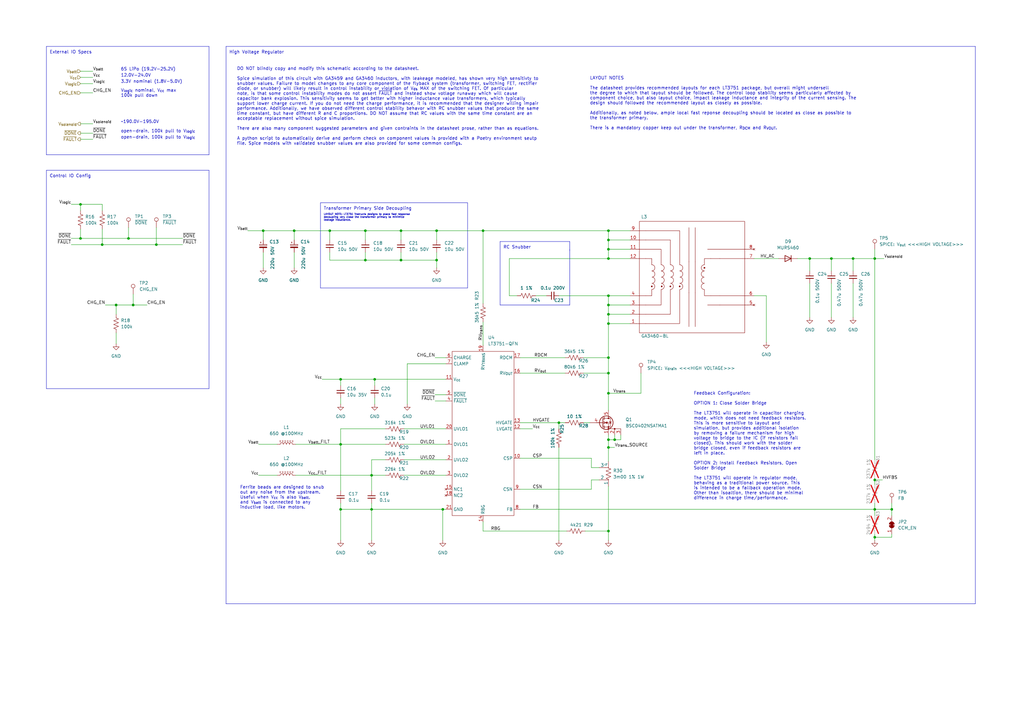
<source format=kicad_sch>
(kicad_sch (version 20230121) (generator eeschema)
  (paper "A3")
  (title_block (title "Kicker Board") (date "2023-02-03") (rev "v1.0.0") (company "A-Team") (comment 1 "Author: W. Stuckey"))
  (lib_symbols
    (symbol "AT-Inductors:GA3460-BL"
      (property "Reference" "L" (at 0 -25.4 0))
      (property "Value" "GA3460-BL" (at 0 25.4 0))
      (symbol "GA3460-BL_0_1"
        (rectangle (start -21.59 22.86) (end 21.59 -22.86) (stroke (width 0.1524)))
        (arc (start -16.51 -5.08) (mid -15.2558 -3.81) (end -16.51 -2.54) (stroke (width 0.1524)))
        (circle (center -16.51 3.81) (radius 0.254) (stroke (width 0.1524)) (fill (type outline)))
        (arc (start -16.4198 -2.54) (mid -15.2368 -1.27) (end -16.4198 0) (stroke (width 0.1524)))
        (arc (start -16.3296 2.54) (mid -15.2979 3.8897) (end -16.51 5.08) (stroke (width 0.1524)))
        (arc (start -16.2619 0.0112) (mid -15.2302 1.3609) (end -16.4423 2.5512) (stroke (width 0.1524)))
        (arc (start -12.6841 -5.08) (mid -11.4299 -3.81) (end -12.6841 -2.54) (stroke (width 0.1524)))
        (arc (start -12.5939 -2.54) (mid -11.4109 -1.27) (end -12.5939 0) (stroke (width 0.1524)))
        (arc (start -12.5196 2.54) (mid -11.4184 3.8946) (end -12.7 5.08) (stroke (width 0.1524)))
        (arc (start -12.4519 0.0112) (mid -11.4202 1.3609) (end -12.6323 2.5512) (stroke (width 0.1524)))
        (circle (center -12.446 3.81) (radius 0.254) (stroke (width 0.1524)) (fill (type outline)))
        (circle (center -8.89 3.81) (radius 0.254) (stroke (width 0.1524)) (fill (type outline)))
        (arc (start -8.8741 -5.08) (mid -7.6199 -3.81) (end -8.8741 -2.54) (stroke (width 0.1524)))
        (arc (start -8.7839 -2.54) (mid -7.6009 -1.27) (end -8.7839 0) (stroke (width 0.1524)))
        (arc (start -8.7096 2.54) (mid -7.6743 3.89) (end -8.89 5.08) (stroke (width 0.1524)))
        (arc (start -8.6419 0.0112) (mid -7.6102 1.3609) (end -8.8223 2.5512) (stroke (width 0.1524)))
        (circle (center -5.08 3.81) (radius 0.254) (stroke (width 0.1524)) (fill (type outline)))
        (arc (start -5.0641 -5.08) (mid -3.8099 -3.81) (end -5.0641 -2.54) (stroke (width 0.1524)))
        (arc (start -4.9898 2.54) (mid -3.8068 3.81) (end -4.9898 5.08) (stroke (width 0.1524)))
        (arc (start -4.9739 -2.54) (mid -3.7909 -1.27) (end -4.9739 0) (stroke (width 0.1524)))
        (arc (start -4.8319 0.0112) (mid -3.8002 1.3609) (end -5.0123 2.5512) (stroke (width 0.1524)))
        (polyline (pts (xy -19.05 -19.05) (xy -22.86 -19.05)) (stroke (width 0.1524)))
        (polyline (pts (xy -19.05 -11.43) (xy -22.86 -11.43)) (stroke (width 0.1524)))
        (polyline (pts (xy -19.05 -7.62) (xy -22.86 -7.62)) (stroke (width 0.1524)))
        (polyline (pts (xy -19.05 7.62) (xy -22.86 7.62)) (stroke (width 0.1524)))
        (polyline (pts (xy -19.05 15.24) (xy -22.86 15.24)) (stroke (width 0.1524)))
        (polyline (pts (xy -1.27 -6.35) (xy -1.27 -20.32)) (stroke (width 0.1524)))
        (polyline (pts (xy -1.27 6.35) (xy -1.27 -6.35)) (stroke (width 0.1524)))
        (polyline (pts (xy -1.27 6.35) (xy -1.27 20.32)) (stroke (width 0.1524)))
        (polyline (pts (xy 1.27 -6.35) (xy 1.27 -20.32)) (stroke (width 0.1524)))
        (polyline (pts (xy 1.27 6.35) (xy 1.27 -6.35)) (stroke (width 0.1524)))
        (polyline (pts (xy 1.27 6.35) (xy 1.27 20.32)) (stroke (width 0.1524)))
        (polyline (pts (xy 7.62 -7.62) (xy 11.43 -7.62)) (stroke (width 0.1524)))
        (polyline (pts (xy 7.62 7.62) (xy 11.43 7.62)) (stroke (width 0.1524)))
        (polyline (pts (xy 11.43 -11.43) (xy 6.35 -11.43)) (stroke (width 0.1524)))
        (polyline (pts (xy 11.43 -11.43) (xy 22.86 -11.43)) (stroke (width 0.1524)))
        (polyline (pts (xy 11.43 -7.62) (xy 22.86 -7.62)) (stroke (width 0.1524)))
        (polyline (pts (xy 11.43 7.62) (xy 22.86 7.62)) (stroke (width 0.1524)))
        (polyline (pts (xy 11.43 11.43) (xy 6.35 11.43)) (stroke (width 0.1524)))
        (polyline (pts (xy 11.43 11.43) (xy 22.86 11.43)) (stroke (width 0.1524)))
        (polyline (pts (xy -19.05 -15.24) (xy -22.86 -15.24) (xy -21.59 -15.24)) (stroke (width 0.1524)))
        (polyline (pts (xy -19.05 11.43) (xy -22.86 11.43) (xy -21.59 11.43)) (stroke (width 0.1524)))
        (polyline (pts (xy -19.05 19.05) (xy -22.86 19.05) (xy -21.59 19.05)) (stroke (width 0.1524)))
        (polyline (pts (xy -16.51 -5.08) (xy -16.51 -7.62) (xy -19.05 -7.62)) (stroke (width 0.1524)))
        (polyline (pts (xy -16.51 5.08) (xy -16.51 7.62) (xy -19.05 7.62)) (stroke (width 0.1524)))
        (polyline (pts (xy -12.7 -5.08) (xy -12.7 -11.43) (xy -19.05 -11.43)) (stroke (width 0.1524)))
        (polyline (pts (xy -12.7 5.08) (xy -12.7 11.43) (xy -19.05 11.43)) (stroke (width 0.1524)))
        (polyline (pts (xy -8.89 -5.08) (xy -8.89 -15.24) (xy -19.05 -15.24)) (stroke (width 0.1524)))
        (polyline (pts (xy -8.89 5.08) (xy -8.89 15.24) (xy -19.05 15.24)) (stroke (width 0.1524)))
        (polyline (pts (xy -5.08 -5.08) (xy -5.08 -19.05) (xy -19.05 -19.05)) (stroke (width 0.1524)))
        (polyline (pts (xy -5.08 5.08) (xy -5.08 19.05) (xy -19.05 19.05)) (stroke (width 0.1524)))
        (polyline (pts (xy 5.08 -5.08) (xy 5.08 -7.62) (xy 7.62 -7.62)) (stroke (width 0.1524)))
        (polyline (pts (xy 5.08 5.08) (xy 5.08 7.62) (xy 7.62 7.62)) (stroke (width 0.1524)))
        (arc (start 4.9739 0) (mid 3.7909 -1.27) (end 4.9739 -2.54) (stroke (width 0.1524)))
        (arc (start 4.9898 5.08) (mid 3.8068 3.81) (end 4.9898 2.54) (stroke (width 0.1524)))
        (arc (start 5.0123 2.5512) (mid 3.8002 1.3609) (end 4.8319 0.0112) (stroke (width 0.1524)))
        (arc (start 5.0641 -2.54) (mid 3.8099 -3.81) (end 5.0641 -5.08) (stroke (width 0.1524)))
        (circle (center 5.08 -3.81) (radius 0.254) (stroke (width 0.1524)) (fill (type outline)))
      )
      (symbol "GA3460-BL_1_1"
        (pin bidirectional line (at -25.4 19.05 0) (length 2.54) (name "") (number "1"))
        (pin bidirectional line (at -25.4 -15.24 0) (length 2.54) (name "") (number "10"))
        (pin bidirectional line (at -25.4 -11.43 0) (length 2.54) (name "") (number "11"))
        (pin bidirectional line (at -25.4 -7.62 0) (length 2.54) (name "") (number "12"))
        (pin bidirectional line (at -25.4 15.24 0) (length 2.54) (name "") (number "2"))
        (pin bidirectional line (at -25.4 11.43 0) (length 2.54) (name "") (number "3"))
        (pin bidirectional line (at -25.4 7.62 0) (length 2.54) (name "") (number "4"))
        (pin no_connect line (at 25.4 11.43 180) (length 2.54) (name "") (number "5"))
        (pin bidirectional line (at 25.4 7.62 180) (length 2.54) (name "") (number "6"))
        (pin bidirectional line (at 25.4 -7.62 180) (length 2.54) (name "") (number "7"))
        (pin no_connect line (at 25.4 -11.43 180) (length 2.54) (name "") (number "8"))
        (pin bidirectional line (at -25.4 -19.05 0) (length 2.54) (name "") (number "9"))
      )
    )
    (symbol "AT-Transistors:Q_NMOS_SGD_PowerPAK" (pin_names (offset 0) hide)
      (property "Reference" "Q" (at 5.08 1.27 0))
      (property "Value" "Q_NMOS_SGD_PowerPAK" (at 5.08 -1.27 0))
      (symbol "Q_NMOS_SGD_PowerPAK_0_1"
        (polyline (pts (xy 0.254 0) (xy -2.54 0)))
        (polyline (pts (xy 0.254 1.905) (xy 0.254 -1.905)) (stroke (width 0.254)))
        (polyline (pts (xy 0.762 -1.27) (xy 0.762 -2.286)) (stroke (width 0.254)))
        (polyline (pts (xy 0.762 0.508) (xy 0.762 -0.508)) (stroke (width 0.254)))
        (polyline (pts (xy 0.762 2.286) (xy 0.762 1.27)) (stroke (width 0.254)))
        (polyline (pts (xy 2.54 2.54) (xy 2.54 1.778)))
        (polyline (pts (xy 7.62 -2.54) (xy 5.08 -2.54)) (stroke (width 0.1524)))
        (polyline (pts (xy 2.54 -2.54) (xy 2.54 0) (xy 0.762 0)))
        (polyline (pts (xy 5.08 -2.54) (xy 2.54 -2.54) (xy 3.81 -2.54)) (stroke (width 0.1524)))
        (polyline (pts (xy 0.762 -1.778) (xy 3.302 -1.778) (xy 3.302 1.778) (xy 0.762 1.778)))
        (polyline (pts (xy 1.016 0) (xy 2.032 0.381) (xy 2.032 -0.381) (xy 1.016 0)) (fill (type outline)))
        (polyline (pts (xy 2.794 0.508) (xy 2.921 0.381) (xy 3.683 0.381) (xy 3.81 0.254)))
        (polyline (pts (xy 3.302 0.381) (xy 2.921 -0.254) (xy 3.683 -0.254) (xy 3.302 0.381)))
        (circle (center 1.651 0) (radius 2.794) (stroke (width 0.254)))
        (circle (center 2.54 -2.54) (radius 0.254) (fill (type outline)))
        (circle (center 2.54 -1.778) (radius 0.254) (fill (type outline)))
        (circle (center 2.54 1.778) (radius 0.254) (fill (type outline)))
        (circle (center 5.08 -2.54) (radius 0.254) (fill (type outline)))
      )
      (symbol "Q_NMOS_SGD_PowerPAK_1_1"
        (pin passive line (at 2.54 -5.08 90) (length 2.54) (name "S") (number "1"))
        (pin passive line (at 5.08 -5.08 90) (length 2.54) (name "S") (number "2"))
        (pin passive line (at 7.62 -5.08 90) (length 2.54) (name "S") (number "3"))
        (pin input line (at -5.08 0 0) (length 5.08) (name "G") (number "4"))
        (pin passive line (at 2.54 5.08 270) (length 2.54) (name "D") (number "5"))
      )
    )
    (symbol "Connector:TestPoint" (pin_numbers hide) (pin_names (offset 0.762) hide)
      (property "Reference" "TP" (at 0 6.858 0))
      (property "Value" "TestPoint" (at 0 5.08 0))
      (symbol "TestPoint_0_1"
        (circle (center 0 3.302) (radius 0.762))
      )
      (symbol "TestPoint_1_1"
        (pin passive line (at 0 0 90) (length 2.54) (name "1") (number "1"))
      )
    )
    (symbol "Device:C_Polarized_Small" (pin_numbers hide) (pin_names (offset 0.254) hide)
      (property "Reference" "C" (at 0.254 1.778 0))
      (property "Value" "C_Polarized_Small" (at 0.254 -2.032 0))
      (symbol "C_Polarized_Small_0_1"
        (rectangle (start -1.524 -0.3048) (end 1.524 -0.6858) (fill (type outline)))
        (rectangle (start -1.524 0.6858) (end 1.524 0.3048))
        (polyline (pts (xy -1.27 1.524) (xy -0.762 1.524)))
        (polyline (pts (xy -1.016 1.27) (xy -1.016 1.778)))
      )
      (symbol "C_Polarized_Small_1_1"
        (pin passive line (at 0 2.54 270) (length 1.8542) (name "~") (number "1"))
        (pin passive line (at 0 -2.54 90) (length 1.8542) (name "~") (number "2"))
      )
    )
    (symbol "Device:C_Small" (pin_numbers hide) (pin_names (offset 0.254) hide)
      (property "Reference" "C" (at 0.254 1.778 0))
      (property "Value" "C_Small" (at 0.254 -2.032 0))
      (symbol "C_Small_0_1"
        (polyline (pts (xy -1.524 -0.508) (xy 1.524 -0.508)) (stroke (width 0.3302)))
        (polyline (pts (xy -1.524 0.508) (xy 1.524 0.508)) (stroke (width 0.3048)))
      )
      (symbol "C_Small_1_1"
        (pin passive line (at 0 2.54 270) (length 2.032) (name "~") (number "1"))
        (pin passive line (at 0 -2.54 90) (length 2.032) (name "~") (number "2"))
      )
    )
    (symbol "Device:D" (pin_numbers hide) (pin_names (offset 1.016) hide)
      (property "Reference" "D" (at 0 2.54 0))
      (property "Value" "D" (at 0 -2.54 0))
      (symbol "D_0_1"
        (polyline (pts (xy -1.27 1.27) (xy -1.27 -1.27)) (stroke (width 0.254)))
        (polyline (pts (xy 1.27 0) (xy -1.27 0)))
        (polyline (pts (xy 1.27 1.27) (xy 1.27 -1.27) (xy -1.27 0) (xy 1.27 1.27)) (stroke (width 0.254)))
      )
      (symbol "D_1_1"
        (pin passive line (at -3.81 0 0) (length 2.54) (name "K") (number "1"))
        (pin passive line (at 3.81 0 180) (length 2.54) (name "A") (number "2"))
      )
    )
    (symbol "Device:L_Ferrite" (pin_numbers hide) (pin_names (offset 1.016) hide)
      (property "Reference" "L" (at -1.27 0 90))
      (property "Value" "L_Ferrite" (at 2.794 0 90))
      (symbol "L_Ferrite_0_1"
        (arc (start 0 -2.54) (mid 0.6323 -1.905) (end 0 -1.27))
        (arc (start 0 -1.27) (mid 0.6323 -0.635) (end 0 0))
        (polyline (pts (xy 1.016 -2.794) (xy 1.016 -2.286)))
        (polyline (pts (xy 1.016 -1.778) (xy 1.016 -1.27)))
        (polyline (pts (xy 1.016 -0.762) (xy 1.016 -0.254)))
        (polyline (pts (xy 1.016 0.254) (xy 1.016 0.762)))
        (polyline (pts (xy 1.016 1.27) (xy 1.016 1.778)))
        (polyline (pts (xy 1.016 2.286) (xy 1.016 2.794)))
        (polyline (pts (xy 1.524 -2.286) (xy 1.524 -2.794)))
        (polyline (pts (xy 1.524 -1.27) (xy 1.524 -1.778)))
        (polyline (pts (xy 1.524 -0.254) (xy 1.524 -0.762)))
        (polyline (pts (xy 1.524 0.762) (xy 1.524 0.254)))
        (polyline (pts (xy 1.524 1.778) (xy 1.524 1.27)))
        (polyline (pts (xy 1.524 2.794) (xy 1.524 2.286)))
        (arc (start 0 0) (mid 0.6323 0.635) (end 0 1.27))
        (arc (start 0 1.27) (mid 0.6323 1.905) (end 0 2.54))
      )
      (symbol "L_Ferrite_1_1"
        (pin passive line (at 0 3.81 270) (length 1.27) (name "1") (number "1"))
        (pin passive line (at 0 -3.81 90) (length 1.27) (name "2") (number "2"))
      )
    )
    (symbol "Device:R_Shunt_US" (pin_numbers hide) (pin_names (offset 0))
      (property "Reference" "R" (at -5.08 0 90))
      (property "Value" "R_Shunt_US" (at -3.048 0 90))
      (symbol "R_Shunt_US_1_1"
        (polyline (pts (xy 0 -2.54) (xy 1.27 -2.54)))
        (polyline (pts (xy 0 -2.286) (xy 0 -2.54)))
        (polyline (pts (xy 0 2.286) (xy 0 2.54)))
        (polyline (pts (xy 1.27 2.54) (xy 0 2.54)))
        (polyline (pts (xy 0 -0.762) (xy 1.016 -1.143) (xy 0 -1.524) (xy -1.016 -1.905) (xy 0 -2.286)))
        (polyline (pts (xy 0 0.762) (xy 1.016 0.381) (xy 0 0) (xy -1.016 -0.381) (xy 0 -0.762)))
        (polyline (pts (xy 0 2.286) (xy 1.016 1.905) (xy 0 1.524) (xy -1.016 1.143) (xy 0 0.762)))
        (pin passive line (at 0 5.08 270) (length 2.54) (name "1") (number "1"))
        (pin passive line (at 3.81 2.54 180) (length 2.54) (name "2") (number "2"))
        (pin passive line (at 3.81 -2.54 180) (length 2.54) (name "3") (number "3"))
        (pin passive line (at 0 -5.08 90) (length 2.54) (name "4") (number "4"))
      )
    )
    (symbol "Device:R_US" (pin_numbers hide) (pin_names (offset 0))
      (property "Reference" "R" (at 2.54 0 90))
      (property "Value" "R_US" (at -2.54 0 90))
      (symbol "R_US_0_1"
        (polyline (pts (xy 0 -2.286) (xy 0 -2.54)))
        (polyline (pts (xy 0 2.286) (xy 0 2.54)))
        (polyline (pts (xy 0 -0.762) (xy 1.016 -1.143) (xy 0 -1.524) (xy -1.016 -1.905) (xy 0 -2.286)))
        (polyline (pts (xy 0 0.762) (xy 1.016 0.381) (xy 0 0) (xy -1.016 -0.381) (xy 0 -0.762)))
        (polyline (pts (xy 0 2.286) (xy 1.016 1.905) (xy 0 1.524) (xy -1.016 1.143) (xy 0 0.762)))
      )
      (symbol "R_US_1_1"
        (pin passive line (at 0 3.81 270) (length 1.27) (name "~") (number "1"))
        (pin passive line (at 0 -3.81 90) (length 1.27) (name "~") (number "2"))
      )
    )
    (symbol "Jumper:SolderJumper_2_Bridged" (pin_names (offset 0) hide)
      (property "Reference" "JP" (at 0 2.032 0))
      (property "Value" "SolderJumper_2_Bridged" (at 0 -2.54 0))
      (symbol "SolderJumper_2_Bridged_0_1"
        (rectangle (start -0.508 0.508) (end 0.508 -0.508) (fill (type outline)))
        (arc (start -0.254 1.016) (mid -1.2656 0) (end -0.254 -1.016))
        (arc (start -0.254 1.016) (mid -1.2656 0) (end -0.254 -1.016) (fill (type outline)))
        (polyline (pts (xy -0.254 1.016) (xy -0.254 -1.016)))
        (polyline (pts (xy 0.254 1.016) (xy 0.254 -1.016)))
        (arc (start 0.254 -1.016) (mid 1.2656 0) (end 0.254 1.016))
        (arc (start 0.254 -1.016) (mid 1.2656 0) (end 0.254 1.016) (fill (type outline)))
      )
      (symbol "SolderJumper_2_Bridged_1_1"
        (pin passive line (at -3.81 0 0) (length 2.54) (name "A") (number "1"))
        (pin passive line (at 3.81 0 180) (length 2.54) (name "B") (number "2"))
      )
    )
    (symbol "ltc_regulators:LT3751-QFN"
      (property "Reference" "U" (at -11.43 -33.02 0))
      (property "Value" "LT3751-QFN" (at -8.255 36.83 0))
      (symbol "LT3751-QFN_0_1"
        (rectangle (start -12.7 35.56) (end 12.7 -31.75))
      )
      (symbol "LT3751-QFN_1_1"
        (pin input line (at -15.24 -2.54 0) (length 2.54) (name "OVLO1") (number "1"))
        (pin input line (at 15.24 -8.255 180) (length 2.54) (name "CSP") (number "10"))
        (pin power_in line (at -15.24 24.13 0) (length 2.54) (name "V_{cc}") (number "11"))
        (pin output line (at 15.24 3.81 180) (length 2.54) (name "LVGATE") (number "12"))
        (pin output line (at 15.24 6.35 180) (length 2.54) (name "HVGATE") (number "13"))
        (pin input line (at 0 -34.29 90) (length 2.54) (name "RBG") (number "14"))
        (pin no_connect line (at -15.24 -20.955 0) (length 2.54) (name "NC1") (number "15"))
        (pin input line (at 15.24 26.67 180) (length 2.54) (name "RV_{OUT}") (number "16"))
        (pin input line (at 15.24 33.02 180) (length 2.54) (name "RDCM") (number "17"))
        (pin no_connect line (at -15.24 -23.495 0) (length 2.54) (name "NC2") (number "18"))
        (pin input line (at 0 38.1 270) (length 2.54) (name "RV_{TRANS}") (number "19"))
        (pin input line (at -15.24 -8.89 0) (length 2.54) (name "UVLO2") (number "2"))
        (pin input line (at -15.24 3.81 0) (length 2.54) (name "UVLO1") (number "20"))
        (pin power_in line (at -15.24 -29.21 0) (length 2.54) (name "GND") (number "21"))
        (pin input line (at -15.24 -15.24 0) (length 2.54) (name "OVLO2") (number "3"))
        (pin open_collector line (at -15.24 15.24 0) (length 2.54) (name "~{FAULT}") (number "4"))
        (pin open_collector line (at -15.24 17.78 0) (length 2.54) (name "~{DONE}") (number "5"))
        (pin input line (at -15.24 33.02 0) (length 2.54) (name "CHARGE") (number "6"))
        (pin input line (at -15.24 30.48 0) (length 2.54) (name "CLAMP") (number "7"))
        (pin input line (at 15.24 -29.21 180) (length 2.54) (name "FB") (number "8"))
        (pin input line (at 15.24 -20.955 180) (length 2.54) (name "CSN") (number "9"))
      )
    )
    (symbol "power:GND" (power) (pin_names (offset 0))
      (property "Value" "GND" (at 0 -3.81 0))
      (symbol "GND_0_1"
        (polyline (pts (xy 0 0) (xy 0 -1.27) (xy 1.27 -1.27) (xy 0 -2.54) (xy -1.27 -1.27) (xy 0 -1.27)))
      )
      (symbol "GND_1_1"
        (pin power_in line (at 0 0 270) (length 0) hide (name "GND") (number "1"))
      )
    )
  )
  (junction (at 54.61 125.095))
  (junction (at 249.555 217.805))
  (junction (at 152.4 208.915))
  (junction (at 139.7 155.575))
  (junction (at 252.095 180.34))
  (junction (at 340.995 106.045))
  (junction (at 135.255 94.615))
  (junction (at 41.91 100.33))
  (junction (at 139.7 182.245))
  (junction (at 365.76 208.915))
  (junction (at 249.555 125.095))
  (junction (at 249.555 161.29))
  (junction (at 358.775 208.915))
  (junction (at 139.7 208.915))
  (junction (at 152.4 194.945))
  (junction (at 179.07 94.615))
  (junction (at 249.555 183.515))
  (junction (at 153.67 155.575))
  (junction (at 164.465 106.68))
  (junction (at 249.555 121.285))
  (junction (at 107.95 94.615))
  (junction (at 249.555 146.685))
  (junction (at 33.02 83.82))
  (junction (at 249.555 180.34))
  (junction (at 249.555 98.425))
  (junction (at 198.12 94.615))
  (junction (at 249.555 106.045))
  (junction (at 249.555 102.235))
  (junction (at 349.885 106.045))
  (junction (at 179.07 106.68))
  (junction (at 229.235 173.355))
  (junction (at 358.775 106.045))
  (junction (at 33.02 97.79))
  (junction (at 181.61 208.915))
  (junction (at 120.65 94.615))
  (junction (at 332.105 106.045))
  (junction (at 358.775 196.85))
  (junction (at 47.625 125.095))
  (junction (at 52.705 97.79))
  (junction (at 249.555 128.905))
  (junction (at 249.555 94.615))
  (junction (at 149.86 106.68))
  (junction (at 249.555 153.035))
  (junction (at 358.775 220.345))
  (junction (at 249.555 132.715))
  (junction (at 164.465 94.615))
  (junction (at 149.86 94.615))
  (junction (at 64.135 100.33))
  (wire (pts (xy 135.255 94.615) (xy 149.86 94.615)))
  (wire (pts (xy 229.235 173.355) (xy 231.775 173.355)))
  (wire (pts (xy 249.555 121.285) (xy 249.555 125.095)))
  (polyline (pts (xy 233.68 125.095) (xy 205.105 125.095)))
  (wire (pts (xy 358.775 196.215) (xy 358.775 196.85)))
  (wire (pts (xy 33.02 34.29) (xy 38.1 34.29)))
  (wire (pts (xy 249.555 106.045) (xy 249.555 102.235)))
  (wire (pts (xy 213.36 187.96) (xy 242.57 187.96)))
  (wire (pts (xy 252.095 180.34) (xy 249.555 180.34)))
  (wire (pts (xy 249.555 132.715) (xy 258.445 132.715)))
  (wire (pts (xy 249.555 98.425) (xy 258.445 98.425)))
  (wire (pts (xy 139.7 182.245) (xy 158.115 182.245)))
  (polyline (pts (xy 131.445 118.11) (xy 131.445 83.185)))
  (wire (pts (xy 365.76 211.455) (xy 365.76 208.915)))
  (wire (pts (xy 254.635 180.34) (xy 252.095 180.34)))
  (wire (pts (xy 240.03 217.805) (xy 249.555 217.805)))
  (wire (pts (xy 149.86 94.615) (xy 164.465 94.615)))
  (wire (pts (xy 208.915 121.285) (xy 208.915 106.045)))
  (wire (pts (xy 262.89 153.035) (xy 262.89 161.29)))
  (wire (pts (xy 249.555 183.515) (xy 249.555 189.23)))
  (wire (pts (xy 358.775 208.915) (xy 358.775 211.455)))
  (wire (pts (xy 242.57 196.85) (xy 245.745 196.85)))
  (wire (pts (xy 29.21 97.79) (xy 33.02 97.79)))
  (wire (pts (xy 198.12 213.995) (xy 198.12 217.805)))
  (wire (pts (xy 164.465 103.505) (xy 164.465 106.68)))
  (wire (pts (xy 332.105 116.205) (xy 332.105 130.175)))
  (polyline (pts (xy 205.105 99.06) (xy 233.68 99.06)))
  (wire (pts (xy 332.105 106.045) (xy 340.995 106.045)))
  (wire (pts (xy 249.555 161.29) (xy 249.555 168.275)))
  (wire (pts (xy 164.465 94.615) (xy 179.07 94.615)))
  (polyline (pts (xy 191.77 83.185) (xy 191.77 118.11)))
  (wire (pts (xy 107.95 94.615) (xy 120.65 94.615)))
  (wire (pts (xy 152.4 194.945) (xy 152.4 201.295)))
  (wire (pts (xy 249.555 102.235) (xy 249.555 98.425)))
  (wire (pts (xy 152.4 188.595) (xy 152.4 194.945)))
  (wire (pts (xy 33.02 97.79) (xy 52.705 97.79)))
  (wire (pts (xy 198.12 94.615) (xy 249.555 94.615)))
  (wire (pts (xy 340.995 106.045) (xy 340.995 111.125)))
  (wire (pts (xy 164.465 106.68) (xy 179.07 106.68)))
  (wire (pts (xy 33.02 29.21) (xy 38.1 29.21)))
  (wire (pts (xy 64.135 93.345) (xy 64.135 100.33)))
  (wire (pts (xy 106.045 194.945) (xy 113.665 194.945)))
  (wire (pts (xy 47.625 125.095) (xy 47.625 128.905)))
  (wire (pts (xy 229.235 183.515) (xy 229.235 221.615)))
  (wire (pts (xy 106.045 182.245) (xy 113.665 182.245)))
  (wire (pts (xy 229.235 173.355) (xy 229.235 175.895)))
  (wire (pts (xy 181.61 208.915) (xy 181.61 221.615)))
  (wire (pts (xy 258.445 106.045) (xy 249.555 106.045)))
  (wire (pts (xy 139.7 175.895) (xy 139.7 182.245)))
  (polyline (pts (xy 92.71 19.05) (xy 400.05 19.05)))
  (wire (pts (xy 358.775 106.045) (xy 358.775 188.595)))
  (wire (pts (xy 164.465 94.615) (xy 164.465 98.425)))
  (wire (pts (xy 249.555 128.905) (xy 258.445 128.905)))
  (wire (pts (xy 101.6 94.615) (xy 107.95 94.615)))
  (wire (pts (xy 249.555 153.035) (xy 249.555 161.29)))
  (wire (pts (xy 33.02 57.15) (xy 38.1 57.15)))
  (wire (pts (xy 239.395 173.355) (xy 241.935 173.355)))
  (wire (pts (xy 239.395 146.685) (xy 249.555 146.685)))
  (wire (pts (xy 132.08 155.575) (xy 139.7 155.575)))
  (wire (pts (xy 47.625 136.525) (xy 47.625 140.97)))
  (wire (pts (xy 365.76 208.915) (xy 358.775 208.915)))
  (wire (pts (xy 41.91 93.98) (xy 41.91 100.33)))
  (polyline (pts (xy 19.05 19.05) (xy 85.725 19.05)))
  (wire (pts (xy 309.245 106.045) (xy 319.405 106.045)))
  (wire (pts (xy 249.555 98.425) (xy 249.555 94.615)))
  (polyline (pts (xy 205.105 125.095) (xy 205.105 99.06)))
  (wire (pts (xy 349.885 106.045) (xy 349.885 111.125)))
  (wire (pts (xy 47.625 125.095) (xy 54.61 125.095)))
  (wire (pts (xy 41.91 100.33) (xy 64.135 100.33)))
  (wire (pts (xy 178.435 164.465) (xy 182.88 164.465)))
  (wire (pts (xy 167.005 149.225) (xy 167.005 165.735)))
  (wire (pts (xy 153.67 155.575) (xy 153.67 158.115)))
  (wire (pts (xy 179.07 94.615) (xy 179.07 98.425)))
  (polyline (pts (xy 400.05 247.65) (xy 92.71 247.65)))
  (wire (pts (xy 213.36 175.895) (xy 218.44 175.895)))
  (wire (pts (xy 327.025 106.045) (xy 332.105 106.045)))
  (wire (pts (xy 365.76 206.375) (xy 365.76 208.915)))
  (polyline (pts (xy 233.68 102.235) (xy 233.68 125.095)))
  (wire (pts (xy 358.775 219.075) (xy 358.775 220.345)))
  (wire (pts (xy 213.36 153.035) (xy 231.775 153.035)))
  (wire (pts (xy 33.02 50.8) (xy 38.1 50.8)))
  (wire (pts (xy 182.88 208.915) (xy 181.61 208.915)))
  (wire (pts (xy 358.775 196.85) (xy 358.775 198.755)))
  (wire (pts (xy 54.61 120.65) (xy 54.61 125.095)))
  (wire (pts (xy 365.76 219.075) (xy 365.76 220.345)))
  (wire (pts (xy 33.02 83.82) (xy 33.02 86.36)))
  (wire (pts (xy 179.07 106.68) (xy 179.07 109.855)))
  (wire (pts (xy 139.7 208.915) (xy 139.7 221.615)))
  (wire (pts (xy 33.02 93.98) (xy 33.02 97.79)))
  (wire (pts (xy 365.76 220.345) (xy 358.775 220.345)))
  (wire (pts (xy 213.36 208.915) (xy 358.775 208.915)))
  (wire (pts (xy 239.395 153.035) (xy 249.555 153.035)))
  (wire (pts (xy 121.285 194.945) (xy 152.4 194.945)))
  (polyline (pts (xy 19.05 19.05) (xy 19.05 63.5)))
  (wire (pts (xy 107.95 103.505) (xy 107.95 109.855)))
  (wire (pts (xy 252.095 178.435) (xy 252.095 180.34)))
  (wire (pts (xy 29.21 83.82) (xy 33.02 83.82)))
  (wire (pts (xy 249.555 125.095) (xy 258.445 125.095)))
  (wire (pts (xy 249.555 180.34) (xy 249.555 183.515)))
  (polyline (pts (xy 233.68 99.06) (xy 233.68 102.87)))
  (wire (pts (xy 152.4 208.915) (xy 181.61 208.915)))
  (wire (pts (xy 33.02 83.82) (xy 41.91 83.82)))
  (wire (pts (xy 152.4 194.945) (xy 158.115 194.945)))
  (wire (pts (xy 213.36 146.685) (xy 231.775 146.685)))
  (wire (pts (xy 208.915 106.045) (xy 249.555 106.045)))
  (wire (pts (xy 249.555 178.435) (xy 249.555 180.34)))
  (wire (pts (xy 139.7 163.195) (xy 139.7 165.735)))
  (wire (pts (xy 213.36 200.66) (xy 242.57 200.66)))
  (wire (pts (xy 249.555 132.715) (xy 249.555 146.685)))
  (wire (pts (xy 33.02 38.1) (xy 38.1 38.1)))
  (wire (pts (xy 149.86 103.505) (xy 149.86 106.68)))
  (wire (pts (xy 120.65 103.505) (xy 120.65 109.855)))
  (wire (pts (xy 249.555 146.685) (xy 249.555 153.035)))
  (wire (pts (xy 249.555 128.905) (xy 249.555 132.715)))
  (wire (pts (xy 139.7 182.245) (xy 139.7 201.295)))
  (wire (pts (xy 135.255 106.68) (xy 149.86 106.68)))
  (wire (pts (xy 242.57 191.77) (xy 245.745 191.77)))
  (wire (pts (xy 358.775 106.045) (xy 362.585 106.045)))
  (polyline (pts (xy 85.725 69.85) (xy 85.725 159.385)))
  (wire (pts (xy 165.735 194.945) (xy 182.88 194.945)))
  (wire (pts (xy 249.555 199.39) (xy 249.555 217.805)))
  (wire (pts (xy 349.885 106.045) (xy 358.775 106.045)))
  (wire (pts (xy 314.325 121.285) (xy 314.325 140.335)))
  (wire (pts (xy 158.115 188.595) (xy 152.4 188.595)))
  (wire (pts (xy 152.4 206.375) (xy 152.4 208.915)))
  (wire (pts (xy 254.635 178.435) (xy 254.635 180.34)))
  (wire (pts (xy 135.255 94.615) (xy 135.255 98.425)))
  (polyline (pts (xy 400.05 19.05) (xy 400.05 247.65)))
  (wire (pts (xy 340.995 116.205) (xy 340.995 130.175)))
  (polyline (pts (xy 85.725 69.85) (xy 19.05 69.85)))
  (wire (pts (xy 52.705 93.345) (xy 52.705 97.79)))
  (wire (pts (xy 139.7 155.575) (xy 153.67 155.575)))
  (wire (pts (xy 153.67 155.575) (xy 182.88 155.575)))
  (wire (pts (xy 165.735 182.245) (xy 182.88 182.245)))
  (wire (pts (xy 242.57 187.96) (xy 242.57 191.77)))
  (wire (pts (xy 153.67 163.195) (xy 153.67 165.735)))
  (wire (pts (xy 41.91 83.82) (xy 41.91 86.36)))
  (wire (pts (xy 29.21 100.33) (xy 41.91 100.33)))
  (wire (pts (xy 179.07 103.505) (xy 179.07 106.68)))
  (polyline (pts (xy 19.05 159.385) (xy 85.725 159.385)))
  (wire (pts (xy 178.435 161.925) (xy 182.88 161.925)))
  (wire (pts (xy 249.555 183.515) (xy 252.095 183.515)))
  (wire (pts (xy 33.02 54.61) (xy 38.1 54.61)))
  (wire (pts (xy 139.7 155.575) (xy 139.7 158.115)))
  (wire (pts (xy 165.735 188.595) (xy 182.88 188.595)))
  (wire (pts (xy 167.005 149.225) (xy 182.88 149.225)))
  (wire (pts (xy 358.775 102.235) (xy 358.775 106.045)))
  (wire (pts (xy 249.555 217.805) (xy 249.555 221.615)))
  (wire (pts (xy 340.995 106.045) (xy 349.885 106.045)))
  (wire (pts (xy 213.36 173.355) (xy 229.235 173.355)))
  (wire (pts (xy 242.57 200.66) (xy 242.57 196.85)))
  (wire (pts (xy 139.7 208.915) (xy 152.4 208.915)))
  (wire (pts (xy 178.435 146.685) (xy 182.88 146.685)))
  (polyline (pts (xy 85.725 63.5) (xy 19.05 63.5)))
  (wire (pts (xy 212.09 121.285) (xy 208.915 121.285)))
  (wire (pts (xy 64.135 100.33) (xy 74.93 100.33)))
  (polyline (pts (xy 131.445 83.185) (xy 191.77 83.185)))
  (wire (pts (xy 43.18 125.095) (xy 47.625 125.095)))
  (wire (pts (xy 262.89 161.29) (xy 249.555 161.29)))
  (wire (pts (xy 120.65 98.425) (xy 120.65 94.615)))
  (wire (pts (xy 52.705 97.79) (xy 74.93 97.79)))
  (wire (pts (xy 120.65 94.615) (xy 135.255 94.615)))
  (wire (pts (xy 139.7 206.375) (xy 139.7 208.915)))
  (polyline (pts (xy 85.725 19.05) (xy 85.725 63.5)))
  (wire (pts (xy 149.86 106.68) (xy 164.465 106.68)))
  (wire (pts (xy 198.12 217.805) (xy 232.41 217.805)))
  (wire (pts (xy 158.115 175.895) (xy 139.7 175.895)))
  (wire (pts (xy 152.4 208.915) (xy 152.4 221.615)))
  (wire (pts (xy 358.775 220.345) (xy 358.775 221.615)))
  (wire (pts (xy 219.71 121.285) (xy 224.155 121.285)))
  (wire (pts (xy 358.775 206.375) (xy 358.775 208.915)))
  (wire (pts (xy 107.95 98.425) (xy 107.95 94.615)))
  (wire (pts (xy 249.555 94.615) (xy 258.445 94.615)))
  (polyline (pts (xy 19.05 69.85) (xy 19.05 159.385)))
  (wire (pts (xy 229.235 121.285) (xy 249.555 121.285)))
  (wire (pts (xy 33.02 31.75) (xy 38.1 31.75)))
  (wire (pts (xy 135.255 103.505) (xy 135.255 106.68)))
  (wire (pts (xy 165.735 175.895) (xy 182.88 175.895)))
  (wire (pts (xy 349.885 116.205) (xy 349.885 130.175)))
  (wire (pts (xy 54.61 125.095) (xy 60.325 125.095)))
  (wire (pts (xy 249.555 102.235) (xy 258.445 102.235)))
  (wire (pts (xy 179.07 94.615) (xy 198.12 94.615)))
  (wire (pts (xy 149.86 94.615) (xy 149.86 98.425)))
  (wire (pts (xy 121.285 182.245) (xy 139.7 182.245)))
  (wire (pts (xy 249.555 121.285) (xy 258.445 121.285)))
  (wire (pts (xy 198.12 124.46) (xy 198.12 94.615)))
  (wire (pts (xy 249.555 125.095) (xy 249.555 128.905)))
  (wire (pts (xy 358.775 196.85) (xy 361.95 196.85)))
  (wire (pts (xy 309.245 121.285) (xy 314.325 121.285)))
  (wire (pts (xy 198.12 132.08) (xy 198.12 141.605)))
  (wire (pts (xy 332.105 106.045) (xy 332.105 111.125)))
  (polyline (pts (xy 191.77 118.11) (xy 131.445 118.11)))
  (polyline (pts (xy 92.71 19.05) (xy 92.71 247.65)))
  (text "Ferrite beads are designed to snub \nout any noise from the upstream. \nUseful when V_{cc} is also V_{batt}, \nand V_{batt} is connected to any\ninductive load, like motors." (at 98.425 208.915 0) (effects (font (size 1.27 1.27)) (justify left bottom)))
  (text "DO NOT blindly copy and modify this schematic according to the datasheet.\n\nSpice simulation of this circuit with GA3459 and GA3460 inductors, with leakeage modeled, has shown very high sensitivty to\nsnubber values. Failure to model changes to any core component of the flyback system (transformer, switching FET, rectifier\ndiode, or snubber) will likely result in control instability or violation of V_{ds} MAX of the switching FET. Of particular\nnote, is that some control instability modes do not assert ~{FAULT} and instead show votlage runaway which will cause\ncapacitor bank explosion. This sensitivity seems to get better with higher inductance value transformers, which typically\nsupport lower charge current. If you do not need the charge performance, it is recommended that the designer willing impair\nperformance. Additionally, we have observed different control stability behavor with RC snubber values that produce the same\ntime constant, but have different R and C proportions. DO NOT assume that RC values with the same time constant are an \nacceptable replacement without spice simulation.\n\nThere are also many component suggested parameters and given contraints in the datasheet prose, rather than as equations.\n\nA python script to automatically derive and perform check on component values is provided with a Poetry environment seutp\nfile. Spice models with validated snubber values are also provided for some common configs." (at 97.155 59.69 0) (effects (font (size 1.27 1.27)) (justify left bottom)))
  (text "High Voltage Regulator" (at 93.98 22.225 0) (effects (font (size 1.27 1.27)) (justify left bottom)))
  (text "LAYOUT NOTE: LT3751 instructs designs to place fast response \ndecoupling very close the transformer primary to minimize \nleakage inductance." (at 132.715 90.805 0) (effects (font (size 0.73 0.73)) (justify left bottom)))
  (text "Control IO Config" (at 20.32 73.025 0) (effects (font (size 1.27 1.27)) (justify left bottom)))
  (text "6S LiPo (19.2V-25.2V)" (at 49.53 29.21 0) (effects (font (size 1.27 1.27)) (justify left bottom)))
  (text "~190.0V-195.0V" (at 49.53 50.8 0) (effects (font (size 1.27 1.27)) (justify left bottom)))
  (text "12.0V-24.0V" (at 49.53 31.75 0) (effects (font (size 1.27 1.27)) (justify left bottom)))
  (text "open-drain, 100k pull to V_{logic}" (at 49.53 57.15 0) (effects (font (size 1.27 1.27)) (justify left bottom)))
  (text "External IO Specs" (at 20.32 22.225 0) (effects (font (size 1.27 1.27)) (justify left bottom)))
  (text "LAYOUT NOTES\n\nThe datasheet provides recommended layouts for each LT3751 package, but overall might undersell\nthe degree to which that layout should be followed. The control loop stability seems particularly affected by\ncomponent choice, but also layout choice, impact leakage inductance and integrity of the current sensing. The\ndesign should followed the recommended layout as closely as possible.\n\nAdditionally, as noted below, ample local fast reponse decoupling should be located as close as possible to\nthe transformer primary. \n\nThere is a mandatory copper keep out under the transformer, R_{DCM} and R_{VOUT}." (at 241.935 53.34 0) (effects (font (size 1.27 1.27)) (justify left bottom)))
  (text "V_{logic} nominal, V_{cc} max\n100k pull down" (at 49.53 40.005 0) (effects (font (size 1.27 1.27)) (justify left bottom)))
  (text "open-drain, 100k pull to V_{logic}" (at 49.53 54.61 0) (effects (font (size 1.27 1.27)) (justify left bottom)))
  (text "Transformer Primary Side Decoupling" (at 132.715 86.36 0) (effects (font (size 1.27 1.27)) (justify left bottom)))
  (text "3.3V nominal (1.8V-5.0V)" (at 49.53 34.29 0) (effects (font (size 1.27 1.27)) (justify left bottom)))
  (text "Feedback Configuration:\n\nOPTION 1: Close Solder Bridge\n\nThe LT3751 will operate in capacitor charging \nmode, which does not need feedback resistors. \nThis is more sensitive to layout and \nsimulation, but provides additional isolation \nby removing a failure mechanism for high \nvoltage to bridge to the IC (if resistors fail \nclosed). This should work with the solder \nbridge closed, even if feedback resistors are \nleft in place.\n\nOPTION 2: Install Feedback Resistors, Open \nSolder Bridge\n\nThe LT3751 will operate in regulator mode, \nbehaving as a traditional power source. This \nis intended to be a fallback operation mode. \nOther than isoaltion, there should be minimal \ndifference in charge time/performance." (at 284.48 205.105 0) (effects (font (size 1.27 1.27)) (justify left bottom)))
  (text "RC Snubber" (at 206.375 102.235 0) (effects (font (size 1.27 1.27)) (justify left bottom)))
  (label "V_{logic}" (at 38.1 34.29 0))
  (label "V_{batt}" (at 38.1 29.21 0))
  (label "V_{batt}" (at 106.045 182.245 180))
  (label "~{DONE}" (at 178.435 161.925 180))
  (label "V_{cc}" (at 38.1 31.75 0))
  (label "V_{cc}" (at 132.08 155.575 180))
  (label "V_{trans}" (at 251.46 161.29 0))
  (label "V_{solenoid}" (at 38.1 50.8 0))
  (label "CHG_EN" (at 43.18 125.095 180))
  (label "~{FAULT}" (at 74.93 100.33 0))
  (label "V_{trans}_SOURCE" (at 252.095 183.515 0))
  (label "~{DONE}" (at 74.93 97.79 0))
  (label "V_{cc}_FILT" (at 126.365 194.945 0))
  (label "V_{cc}" (at 106.045 194.945 180))
  (label "~{FAULT}" (at 38.1 57.15 0))
  (label "V_{solenoid}" (at 362.585 106.045 0))
  (label "CHG_EN" (at 60.325 125.095 0))
  (label "CSP" (at 218.44 187.96 0))
  (label "OVLO1" (at 178.435 182.245 180))
  (label "UVLO1" (at 178.435 175.895 180))
  (label "V_{cc}" (at 218.44 175.895 0))
  (label "V_{batt}_FILT" (at 126.365 182.245 0))
  (label "HVFBS" (at 361.95 196.85 0))
  (label "RDCM" (at 219.075 146.685 0))
  (label "~{DONE}" (at 38.1 54.61 0))
  (label "RV_{out}" (at 219.075 153.035 0))
  (label "HV_AC" (at 311.785 106.045 0))
  (label "OVLO2" (at 178.435 194.945 180))
  (label "~{FAULT}" (at 29.21 100.33 180))
  (label "FB" (at 218.44 208.915 0))
  (label "~{DONE}" (at 29.21 97.79 180))
  (label "RV_{trans}" (at 198.12 139.7 90))
  (label "UVLO2" (at 178.435 188.595 180))
  (label "HVGATE" (at 218.44 173.355 0))
  (label "V_{logic}" (at 29.21 83.82 180))
  (label "CHG_EN" (at 178.435 146.685 180))
  (label "V_{batt}" (at 101.6 94.615 180))
  (label "RBG" (at 201.295 217.805 0))
  (label "~{FAULT}" (at 178.435 164.465 180))
  (label "CHG_EN" (at 38.1 38.1 0))
  (label "CSN" (at 218.44 200.66 0))
  (hierarchical_label "CHG_EN" (shape input) (at 33.02 38.1 180))
  (hierarchical_label "~{FAULT}" (shape output) (at 33.02 57.15 180))
  (hierarchical_label "V_{solenoid}" (shape output) (at 33.02 50.8 180))
  (hierarchical_label "V_{logic}" (shape input) (at 33.02 34.29 180))
  (hierarchical_label "V_{batt}" (shape input) (at 33.02 29.21 180))
  (hierarchical_label "V_{cc}" (shape input) (at 33.02 31.75 180))
  (hierarchical_label "~{DONE}" (shape output) (at 33.02 54.61 180))
  (symbol (lib_id "power:GND") (at 47.625 140.97 0) (unit 1)
    (property "Reference" "#PWR043" (effects hide))
    (property "Value" "GND" (at 47.625 146.05 0))
  )
  (symbol (lib_id "Device:R_US") (at 161.925 182.245 90) (unit 1)
    (property "Reference" "R20" (at 165.735 183.515 90))
    (property "Value" "523k 1%" (at 161.925 179.705 90))
    (property "Footprint" "Resistor_SMD:R_0603_1608Metric" (effects hide))
  )
  (symbol (lib_id "Device:C_Small") (at 349.885 113.665 0) (unit 1)
    (property "Reference" "C26" (at 353.06 112.4012 0) (effects (justify left)))
    (property "Value" "0.47u 500V" (at 353.06 125.73 90) (effects (justify left)))
    (property "Footprint" "Capacitor_SMD:C_2225_5664Metric" (effects hide))
  )
  (symbol (lib_id "Connector:TestPoint") (at 54.61 120.65 0) (unit 1)
    (property "Reference" "TP2" (at 57.15 116.0779 0) (effects (justify left)))
    (property "Value" "CHG_EN" (at 57.15 118.6179 0) (effects (justify left)))
    (property "Footprint" "TestPoint:TestPoint_Pad_D1.5mm" (effects hide))
  )
  (symbol (lib_id "Device:L_Ferrite") (at 117.475 182.245 90) (unit 1)
    (property "Reference" "L1" (at 117.475 175.26 90))
    (property "Value" "650 @100MHz" (at 117.475 177.8 90))
    (property "Footprint" "Resistor_SMD:R_0603_1608Metric" (effects hide))
    (property "Datasheet" "HZ0603C651R-10" (effects hide))
  )
  (symbol (lib_id "Device:L_Ferrite") (at 117.475 194.945 90) (unit 1)
    (property "Reference" "L2" (at 117.475 187.96 90))
    (property "Value" "650 @100MHz" (at 117.475 190.5 90))
    (property "Footprint" "Resistor_SMD:R_0603_1608Metric" (effects hide))
    (property "Datasheet" "HZ0603C651R-10" (effects hide))
  )
  (symbol (lib_id "Device:R_US") (at 235.585 146.685 90) (unit 1)
    (property "Reference" "R26" (at 239.395 147.955 90))
    (property "Value" "36k5 1%" (at 235.585 144.145 90))
    (property "Footprint" "Resistor_SMD:R_0603_1608Metric" (effects hide))
  )
  (symbol (lib_id "power:GND") (at 349.885 130.175 0) (unit 1)
    (property "Reference" "#PWR058" (effects hide))
    (property "Value" "GND" (at 349.885 135.255 0))
  )
  (symbol (lib_id "Device:C_Small") (at 164.465 100.965 0) (unit 1)
    (property "Reference" "C21" (at 167.64 99.7012 0) (effects (justify left)))
    (property "Value" "10u 50V" (at 167.64 102.2412 0) (effects (justify left)))
    (property "Footprint" "Capacitor_SMD:C_1210_3225Metric" (effects hide))
  )
  (symbol (lib_id "Device:C_Small") (at 332.105 113.665 0) (unit 1)
    (property "Reference" "C24" (at 335.28 112.4012 0) (effects (justify left)))
    (property "Value" "0.1u 500V" (at 335.28 124.46 90) (effects (justify left)))
    (property "Footprint" "Capacitor_SMD:C_1210_3225Metric" (effects hide))
  )
  (symbol (lib_id "power:GND") (at 314.325 140.335 0) (unit 1)
    (property "Reference" "#PWR055" (effects hide))
    (property "Value" "GND" (at 314.325 145.415 0))
  )
  (symbol (lib_id "Device:R_US") (at 215.9 121.285 90) (unit 1)
    (property "Reference" "R24" (at 219.71 123.19 90))
    (property "Value" "1 1%" (at 215.9 118.11 90))
    (property "Footprint" "Resistor_SMD:R_0805_2012Metric" (effects hide))
  )
  (symbol (lib_id "Device:R_US") (at 41.91 90.17 0) (unit 1)
    (property "Reference" "R17" (at 43.815 88.8999 0) (effects (justify left)))
    (property "Value" "100k" (at 43.815 91.4399 0) (effects (justify left)))
    (property "Footprint" "Resistor_SMD:R_0603_1608Metric" (effects hide))
  )
  (symbol (lib_id "Device:R_US") (at 161.925 194.945 90) (unit 1)
    (property "Reference" "R22" (at 165.735 196.215 90))
    (property "Value" "226k 1%" (at 161.925 192.405 90))
    (property "Footprint" "Resistor_SMD:R_0603_1608Metric" (effects hide))
  )
  (symbol (lib_id "AT-Transistors:Q_NMOS_SGD_PowerPAK") (at 247.015 173.355 0) (unit 1)
    (property "Reference" "Q1" (at 256.54 172.0849 0) (effects (justify left)))
    (property "Value" "BSC0402NSATMA1" (at 256.54 174.6249 0) (effects (justify left)))
    (property "Footprint" "Package_TO_SOT_SMD:TDSON-8-1" (effects hide))
  )
  (symbol (lib_id "Device:D") (at 323.215 106.045 180) (unit 1)
    (property "Reference" "D9" (at 323.215 99.06 0))
    (property "Value" "MURS460" (at 323.215 101.6 0))
    (property "Footprint" "Diode_SMD:D_SMC" (effects hide))
    (property "Datasheet" "MURS460,MURS360" (effects hide))
  )
  (symbol (lib_id "ltc_regulators:LT3751-QFN") (at 198.12 179.705 0) (unit 1)
    (property "Reference" "U4" (at 200.1394 138.43 0) (effects (justify left)))
    (property "Value" "LT3751-QFN" (at 200.1394 140.97 0) (effects (justify left)))
    (property "Footprint" "AT-IC:LT3751-QFN20_EP_4x5mm_P0.5mm" (effects hide))
  )
  (symbol (lib_id "Connector:TestPoint") (at 262.89 153.035 0) (unit 1)
    (property "Reference" "TP4" (at 265.43 148.4629 0) (effects (justify left)))
    (property "Value" "SPICE: V_{drain} <<<HIGH VOLTAGE>>>" (at 265.43 151.0029 0) (effects (justify left)))
    (property "Footprint" "TestPoint:TestPoint_Pad_D1.0mm" (effects hide))
  )
  (symbol (lib_id "Connector:TestPoint") (at 64.135 93.345 0) (unit 1)
    (property "Reference" "TP3" (at 66.675 88.7729 0) (effects (justify left)))
    (property "Value" "~{FAULT}" (at 66.675 91.3129 0) (effects (justify left)))
    (property "Footprint" "TestPoint:TestPoint_Pad_D1.5mm" (effects hide))
  )
  (symbol (lib_id "Connector:TestPoint") (at 365.76 206.375 0) (unit 1)
    (property "Reference" "TP6" (at 368.3 201.8029 0) (effects (justify left)))
    (property "Value" "FB" (at 368.3 204.3429 0) (effects (justify left)))
    (property "Footprint" "TestPoint:TestPoint_Pad_D1.5mm" (effects hide))
  )
  (symbol (lib_id "AT-Inductors:GA3460-BL") (at 283.845 113.665 0) (mirror x) (unit 1)
    (property "Reference" "L3" (at 264.16 88.9 0))
    (property "Value" "GA3460-BL" (at 268.605 137.795 0))
    (property "Footprint" "AT-Inductors:GA34XX-BL" (effects hide))
    (property "Datasheet" "GA3460-BL" (effects hide))
  )
  (symbol (lib_id "power:GND") (at 340.995 130.175 0) (unit 1)
    (property "Reference" "#PWR057" (effects hide))
    (property "Value" "GND" (at 340.995 135.255 0))
  )
  (symbol (lib_id "Device:R_Shunt_US") (at 249.555 194.31 180) (unit 1)
    (property "Reference" "R30" (at 251.46 193.0399 0) (effects (justify right)))
    (property "Value" "3m00 1% 1W" (at 251.46 195.5799 0) (effects (justify right)))
    (property "Footprint" "AT-Resistors:1206-CS" (effects hide))
    (property "Datasheet" "KRL3216T4A-M-R003-F-T1" (effects hide))
  )
  (symbol (lib_id "power:GND") (at 229.235 221.615 0) (unit 1)
    (property "Reference" "#PWR053" (effects hide))
    (property "Value" "GND" (at 229.235 226.695 0))
  )
  (symbol (lib_id "power:GND") (at 249.555 221.615 0) (unit 1)
    (property "Reference" "#PWR054" (effects hide))
    (property "Value" "GND" (at 249.555 226.695 0))
  )
  (symbol (lib_id "Device:C_Polarized_Small") (at 107.95 100.965 0) (unit 1)
    (property "Reference" "C13" (at 110.49 99.1488 0) (effects (justify left)))
    (property "Value" "220u 50V" (at 111.76 110.49 90) (effects (justify left)))
    (property "Footprint" "Capacitor_THT:CP_Radial_D10.0mm_P5.00mm" (effects hide))
    (property "Datasheet" "50YXS220MEFC10X12.5" (effects hide))
  )
  (symbol (lib_id "Device:C_Small") (at 153.67 160.655 0) (unit 1)
    (property "Reference" "C20" (at 156.21 159.3912 0) (effects (justify left)))
    (property "Value" "0.1u" (at 156.21 161.9312 0) (effects (justify left)))
    (property "Footprint" "Capacitor_SMD:C_0603_1608Metric" (effects hide))
  )
  (symbol (lib_id "Device:R_US") (at 198.12 128.27 180) (unit 1)
    (property "Reference" "R23" (at 195.58 121.285 90))
    (property "Value" "36k5 1%" (at 195.58 128.27 90))
    (property "Footprint" "Resistor_SMD:R_0603_1608Metric" (effects hide))
  )
  (symbol (lib_id "power:GND") (at 181.61 221.615 0) (unit 1)
    (property "Reference" "#PWR052" (effects hide))
    (property "Value" "GND" (at 181.61 226.695 0))
  )
  (symbol (lib_id "Device:C_Small") (at 179.07 100.965 0) (unit 1)
    (property "Reference" "C22" (at 182.245 99.7012 0) (effects (justify left)))
    (property "Value" "10u 50V" (at 182.245 102.2412 0) (effects (justify left)))
    (property "Footprint" "Capacitor_SMD:C_1210_3225Metric" (effects hide))
  )
  (symbol (lib_id "Device:R_US") (at 358.775 192.405 180) (unit 1) (dnp yes)
    (property "Reference" "R31" (at 360.045 188.595 90))
    (property "Value" "237k 1%" (at 356.235 192.405 90))
    (property "Footprint" "Resistor_SMD:R_0603_1608Metric" (effects hide))
  )
  (symbol (lib_id "Device:C_Small") (at 226.695 121.285 90) (unit 1)
    (property "Reference" "C23" (at 229.235 123.19 90))
    (property "Value" "0.1u 200V" (at 226.695 118.11 90))
    (property "Footprint" "Capacitor_SMD:C_1206_3216Metric" (effects hide))
    (property "Datasheet" "https://www.digikey.com/en/products/detail/samsung-electro-mechanics/CL31B104KEHSFNE/3888741" (effects hide))
  )
  (symbol (lib_id "Device:C_Small") (at 149.86 100.965 0) (unit 1)
    (property "Reference" "C18" (at 153.035 99.7012 0) (effects (justify left)))
    (property "Value" "10u 50V" (at 153.035 102.2412 0) (effects (justify left)))
    (property "Footprint" "Capacitor_SMD:C_1210_3225Metric" (effects hide))
  )
  (symbol (lib_id "Device:R_US") (at 236.22 217.805 90) (unit 1)
    (property "Reference" "R29" (at 241.3 215.265 90))
    (property "Value" "4k21" (at 236.22 215.265 90))
    (property "Footprint" "Resistor_SMD:R_0603_1608Metric" (effects hide))
  )
  (symbol (lib_id "power:GND") (at 153.67 165.735 0) (unit 1)
    (property "Reference" "#PWR049" (effects hide))
    (property "Value" "GND" (at 153.67 170.815 0))
  )
  (symbol (lib_id "power:GND") (at 358.775 221.615 0) (unit 1)
    (property "Reference" "#PWR059" (effects hide))
    (property "Value" "GND" (at 358.775 226.695 0))
  )
  (symbol (lib_id "Device:R_US") (at 358.775 215.265 180) (unit 1) (dnp yes)
    (property "Reference" "R33" (at 360.045 211.455 90))
    (property "Value" "2k94 1%" (at 356.235 215.265 90))
    (property "Footprint" "Resistor_SMD:R_0603_1608Metric" (effects hide))
  )
  (symbol (lib_id "Device:R_US") (at 33.02 90.17 0) (unit 1)
    (property "Reference" "R16" (at 34.925 88.8999 0) (effects (justify left)))
    (property "Value" "100k" (at 34.925 91.4399 0) (effects (justify left)))
    (property "Footprint" "Resistor_SMD:R_0603_1608Metric" (effects hide))
  )
  (symbol (lib_id "Device:R_US") (at 235.585 173.355 90) (unit 1)
    (property "Reference" "R28" (at 239.395 174.625 90))
    (property "Value" "10 1%" (at 235.585 170.815 90))
    (property "Footprint" "Resistor_SMD:R_0603_1608Metric" (effects hide))
  )
  (symbol (lib_id "Device:C_Small") (at 139.7 203.835 0) (unit 1)
    (property "Reference" "C17" (at 142.875 202.5712 0) (effects (justify left)))
    (property "Value" "0.1u" (at 142.875 205.1112 0) (effects (justify left)))
    (property "Footprint" "Capacitor_SMD:C_0603_1608Metric" (effects hide))
  )
  (symbol (lib_id "power:GND") (at 139.7 165.735 0) (unit 1)
    (property "Reference" "#PWR046" (effects hide))
    (property "Value" "GND" (at 139.7 170.815 0))
  )
  (symbol (lib_id "Device:C_Polarized_Small") (at 120.65 100.965 0) (unit 1)
    (property "Reference" "C14" (at 123.19 99.1488 0) (effects (justify left)))
    (property "Value" "220u 50V" (at 124.46 110.49 90) (effects (justify left)))
    (property "Footprint" "Capacitor_THT:CP_Radial_D10.0mm_P5.00mm" (effects hide))
    (property "Datasheet" "50YXS220MEFC10X12.5" (effects hide))
  )
  (symbol (lib_id "power:GND") (at 179.07 109.855 0) (unit 1)
    (property "Reference" "#PWR051" (effects hide))
    (property "Value" "GND" (at 179.07 114.935 0))
  )
  (symbol (lib_id "Device:R_US") (at 161.925 188.595 90) (unit 1)
    (property "Reference" "R21" (at 165.735 189.865 90))
    (property "Value" "205k 1%" (at 161.925 186.055 90))
    (property "Footprint" "Resistor_SMD:R_0603_1608Metric" (effects hide))
  )
  (symbol (lib_id "power:GND") (at 332.105 130.175 0) (unit 1)
    (property "Reference" "#PWR056" (effects hide))
    (property "Value" "GND" (at 332.105 135.255 0))
  )
  (symbol (lib_id "Device:R_US") (at 161.925 175.895 90) (unit 1)
    (property "Reference" "R19" (at 165.735 177.165 90))
    (property "Value" "316k 1%" (at 161.925 173.355 90))
    (property "Footprint" "Resistor_SMD:R_0603_1608Metric" (effects hide))
  )
  (symbol (lib_id "power:GND") (at 107.95 109.855 0) (unit 1)
    (property "Reference" "#PWR044" (effects hide))
    (property "Value" "GND" (at 107.95 114.935 0))
  )
  (symbol (lib_id "Connector:TestPoint") (at 52.705 93.345 0) (unit 1)
    (property "Reference" "TP1" (at 55.245 88.7729 0) (effects (justify left)))
    (property "Value" "~{DONE}" (at 55.245 91.3129 0) (effects (justify left)))
    (property "Footprint" "TestPoint:TestPoint_Pad_D1.5mm" (effects hide))
  )
  (symbol (lib_id "Device:R_US") (at 229.235 179.705 180) (unit 1)
    (property "Reference" "R25" (at 230.505 175.895 90))
    (property "Value" "100k 1%" (at 226.695 179.705 90))
    (property "Footprint" "Resistor_SMD:R_0603_1608Metric" (effects hide))
  )
  (symbol (lib_id "power:GND") (at 167.005 165.735 0) (unit 1)
    (property "Reference" "#PWR050" (effects hide))
    (property "Value" "GND" (at 167.005 170.815 0))
  )
  (symbol (lib_id "power:GND") (at 139.7 221.615 0) (unit 1)
    (property "Reference" "#PWR047" (effects hide))
    (property "Value" "GND" (at 139.7 226.695 0))
  )
  (symbol (lib_id "power:GND") (at 152.4 221.615 0) (unit 1)
    (property "Reference" "#PWR048" (effects hide))
    (property "Value" "GND" (at 152.4 226.695 0))
  )
  (symbol (lib_id "Device:C_Small") (at 135.255 100.965 0) (unit 1)
    (property "Reference" "C15" (at 138.43 99.7012 0) (effects (justify left)))
    (property "Value" "10u 50V" (at 138.43 102.2412 0) (effects (justify left)))
    (property "Footprint" "Capacitor_SMD:C_1210_3225Metric" (effects hide))
  )
  (symbol (lib_id "Device:C_Small") (at 340.995 113.665 0) (unit 1)
    (property "Reference" "C25" (at 344.17 112.4012 0) (effects (justify left)))
    (property "Value" "0.47u 500V" (at 344.17 125.73 90) (effects (justify left)))
    (property "Footprint" "Capacitor_SMD:C_2225_5664Metric" (effects hide))
  )
  (symbol (lib_id "Device:R_US") (at 47.625 132.715 0) (unit 1)
    (property "Reference" "R18" (at 49.53 131.4449 0) (effects (justify left)))
    (property "Value" "100k" (at 49.53 133.9849 0) (effects (justify left)))
    (property "Footprint" "Resistor_SMD:R_0603_1608Metric" (effects hide))
  )
  (symbol (lib_id "Device:C_Small") (at 152.4 203.835 0) (unit 1)
    (property "Reference" "C19" (at 155.575 202.5712 0) (effects (justify left)))
    (property "Value" "0.1u" (at 155.575 205.1112 0) (effects (justify left)))
    (property "Footprint" "Capacitor_SMD:C_0603_1608Metric" (effects hide))
  )
  (symbol (lib_id "Device:C_Small") (at 139.7 160.655 0) (unit 1)
    (property "Reference" "C16" (at 142.24 159.3912 0) (effects (justify left)))
    (property "Value" "10u 35V" (at 142.24 161.9312 0) (effects (justify left)))
    (property "Footprint" "Capacitor_SMD:C_1206_3216Metric" (effects hide))
  )
  (symbol (lib_id "power:GND") (at 120.65 109.855 0) (unit 1)
    (property "Reference" "#PWR045" (effects hide))
    (property "Value" "GND" (at 120.65 114.935 0))
  )
  (symbol (lib_id "Device:R_US") (at 235.585 153.035 90) (unit 1)
    (property "Reference" "R27" (at 239.395 154.305 90))
    (property "Value" "80k6 1%" (at 235.585 150.495 90))
    (property "Footprint" "Resistor_SMD:R_0603_1608Metric" (effects hide))
  )
  (symbol (lib_id "Jumper:SolderJumper_2_Bridged") (at 365.76 215.265 90) (unit 1)
    (property "Reference" "JP2" (at 368.3 213.9949 90) (effects (justify right)))
    (property "Value" "CCM_EN" (at 368.3 216.5349 90) (effects (justify right)))
    (property "Footprint" "AT-BoardFeatures:SolderJumper-2_2.0x1.2mm_Closed" (effects hide))
  )
  (symbol (lib_id "Connector:TestPoint") (at 358.775 102.235 0) (unit 1)
    (property "Reference" "TP5" (at 360.68 97.6629 0) (effects (justify left)))
    (property "Value" "SPICE: V_{out} <<<HIGH VOLTAGE>>>" (at 360.68 100.2029 0) (effects (justify left)))
    (property "Footprint" "TestPoint:TestPoint_Pad_D1.5mm" (effects hide))
  )
  (symbol (lib_id "Device:R_US") (at 358.775 202.565 180) (unit 1) (dnp yes)
    (property "Reference" "R32" (at 360.045 198.755 90))
    (property "Value" "237k 1%" (at 356.235 202.565 90))
    (property "Footprint" "Resistor_SMD:R_0603_1608Metric" (effects hide))
  )
)
</source>
